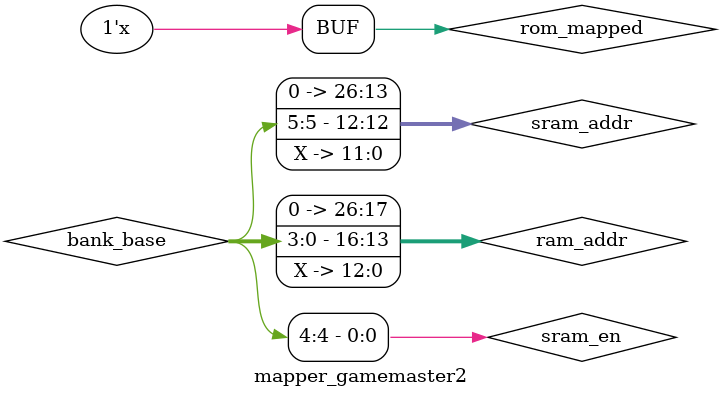
<source format=sv>
module mapper_gamemaster2 (
    clock_bus_if            clock_bus, // Interface for clock
    cpu_bus_if.device_mp    cpu_bus,   // Interface for CPU communication
    mapper_out              out,       // Interface for mapper output
    block_info              block_info // Struct containing mapper configuration and parameters
);

    // Memory mapping control signals
    wire cs, mapper_en, rom_mapped;

    // Enable mapper if the mapper type is GameMaster2
    assign mapper_en = (block_info.typ == MAPPER_GM2);

    // Determine if the ROM is mapped (address range 4000h - BFFFh)
    assign rom_mapped = cpu_bus.addr[15] ^ cpu_bus.addr[14];

    // Chip select (cs) is active if the mapper is enabled and the CPU is performing a memory request (mreq)
    assign cs = mapper_en && cpu_bus.mreq;

    // Bank registers for memory mapping
    logic [5:0] bank1, bank2, bank3;

    // Bank switching logic based on CPU reset and clock signals
    always @(posedge clock_bus.reset or posedge clock_bus.clk_sys) begin
        if (clock_bus.reset) begin
            // Initialize banks after reset
            bank1 <= 6'h01;  // Default bank 1
            bank2 <= 6'h02;  // Default bank 2
            bank3 <= 6'h03;  // Default bank 3
        end else begin
            if (cs && cpu_bus.wr) begin
                // Update bank registers based on the address range during a write
                case (cpu_bus.addr[15:12])
                    4'h6: bank1 <= cpu_bus.data[5:0];  // Bank 1 (6000h - 6FFFh)
                    4'h8: bank2 <= cpu_bus.data[5:0];  // Bank 2 (8000h - 8FFFh)
                    4'hA: bank3 <= cpu_bus.data[5:0];  // Bank 3 (A000h - AFFFh)
                    default: ;  // No action for other address ranges
                endcase
            end
        end
    end

    // Bank selection logic based on the CPU address range
    wire [5:0] bank_base = (cpu_bus.addr[15:13] == 3'b010) ? 6'h00 :  // Fixed bank for 4000h - 5FFFh
                           (cpu_bus.addr[15:13] == 3'b011) ? bank1 :  // Bank 1 (6000h - 7FFFh)
                           (cpu_bus.addr[15:13] == 3'b100) ? bank2 :  // Bank 2 (8000h - 9FFFh)
                                                             bank3 ;  // Bank 3 (A000h - BFFFh)

    // Generate RAM and SRAM addresses based on the selected bank and CPU address
    wire [26:0] ram_addr  = {10'b0, bank_base[3:0], cpu_bus.addr[12:0]};  // RAM address
    wire [26:0] sram_addr = {14'b0, bank_base[5],   cpu_bus.addr[11:0]};  // SRAM address

    // Enable SRAM if bit 4 of the bank register is set; otherwise, enable RAM for read operations
    wire sram_en = bank_base[4];
    wire ram_en  = ~sram_en && cpu_bus.rd && rom_mapped;

    // Output control signals
    assign out.sram_cs = cs && sram_en;  // SRAM chip select
    assign out.ram_cs  = cs && ram_en;   // RAM chip select
    assign out.rnw     = ~(out.sram_cs && cpu_bus.wr && cpu_bus.addr[15:12] == 4'hB);  // Read/Write control signal
    assign out.addr    = cs ? (sram_en ? sram_addr : ram_addr) : {27{1'b1}};  // Address output, default to all 1s if not selected

endmodule

</source>
